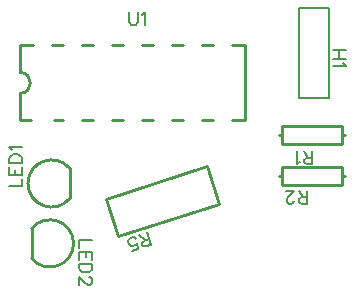
<source format=gto>
G04 Layer: TopSilkscreenLayer*
G04 EasyEDA v6.4.31, 2022-03-16 09:40:05*
G04 30f33cc809fd450ca7eb4ca7eccbfc45,10*
G04 Gerber Generator version 0.2*
G04 Scale: 100 percent, Rotated: No, Reflected: No *
G04 Dimensions in millimeters *
G04 leading zeros omitted , absolute positions ,4 integer and 5 decimal *
%FSLAX45Y45*%
%MOMM*%

%ADD10C,0.2540*%
%ADD18C,0.2032*%
%ADD19C,0.1524*%

%LPD*%
D19*
X3595115Y5194300D02*
G01*
X3486150Y5194300D01*
X3595115Y5121655D02*
G01*
X3486150Y5121655D01*
X3543300Y5194300D02*
G01*
X3543300Y5121655D01*
X3574288Y5087365D02*
G01*
X3579622Y5076952D01*
X3595115Y5061204D01*
X3486150Y5061204D01*
X748284Y4038600D02*
G01*
X857250Y4038600D01*
X857250Y4038600D02*
G01*
X857250Y4100829D01*
X748284Y4135120D02*
G01*
X857250Y4135120D01*
X748284Y4135120D02*
G01*
X748284Y4202684D01*
X800100Y4135120D02*
G01*
X800100Y4176776D01*
X857250Y4135120D02*
G01*
X857250Y4202684D01*
X748284Y4236973D02*
G01*
X857250Y4236973D01*
X748284Y4236973D02*
G01*
X748284Y4273550D01*
X753363Y4289044D01*
X763778Y4299457D01*
X774192Y4304537D01*
X789939Y4309871D01*
X815847Y4309871D01*
X831342Y4304537D01*
X841755Y4299457D01*
X852170Y4289044D01*
X857250Y4273550D01*
X857250Y4236973D01*
X769112Y4344162D02*
G01*
X763778Y4354576D01*
X748284Y4370070D01*
X857250Y4370070D01*
X1448815Y3581400D02*
G01*
X1339850Y3581400D01*
X1339850Y3581400D02*
G01*
X1339850Y3519170D01*
X1448815Y3484879D02*
G01*
X1339850Y3484879D01*
X1448815Y3484879D02*
G01*
X1448815Y3417315D01*
X1397000Y3484879D02*
G01*
X1397000Y3443223D01*
X1339850Y3484879D02*
G01*
X1339850Y3417315D01*
X1448815Y3383026D02*
G01*
X1339850Y3383026D01*
X1448815Y3383026D02*
G01*
X1448815Y3346450D01*
X1443736Y3330955D01*
X1433321Y3320542D01*
X1422907Y3315462D01*
X1407160Y3310128D01*
X1381252Y3310128D01*
X1365757Y3315462D01*
X1355344Y3320542D01*
X1344929Y3330955D01*
X1339850Y3346450D01*
X1339850Y3383026D01*
X1422907Y3270757D02*
G01*
X1427987Y3270757D01*
X1438402Y3265423D01*
X1443736Y3260344D01*
X1448815Y3249929D01*
X1448815Y3229102D01*
X1443736Y3218687D01*
X1438402Y3213607D01*
X1427987Y3208273D01*
X1417573Y3208273D01*
X1407160Y3213607D01*
X1391665Y3224021D01*
X1339850Y3275837D01*
X1339850Y3203194D01*
X3314700Y4228084D02*
G01*
X3314700Y4337050D01*
X3314700Y4228084D02*
G01*
X3267963Y4228084D01*
X3252470Y4233163D01*
X3247136Y4238497D01*
X3242056Y4248912D01*
X3242056Y4259326D01*
X3247136Y4269739D01*
X3252470Y4274820D01*
X3267963Y4279900D01*
X3314700Y4279900D01*
X3278377Y4279900D02*
G01*
X3242056Y4337050D01*
X3207765Y4248912D02*
G01*
X3197352Y4243578D01*
X3181604Y4228084D01*
X3181604Y4337050D01*
X3269188Y3893619D02*
G01*
X3269188Y4002585D01*
X3269188Y3893619D02*
G01*
X3222452Y3893619D01*
X3206958Y3898699D01*
X3201624Y3904033D01*
X3196544Y3914447D01*
X3196544Y3924861D01*
X3201626Y3935275D01*
X3206958Y3940352D01*
X3222452Y3945437D01*
X3269190Y3945435D01*
X3232863Y3945435D02*
G01*
X3196544Y4002585D01*
X3156920Y3919527D02*
G01*
X3156917Y3914447D01*
X3151842Y3904033D01*
X3146506Y3898699D01*
X3136092Y3893619D01*
X3115518Y3893619D01*
X3105104Y3898699D01*
X3099770Y3904033D01*
X3094690Y3914447D01*
X3094690Y3924861D01*
X3099770Y3935275D01*
X3110184Y3950769D01*
X3162256Y4002585D01*
X3089356Y4002585D01*
X1949874Y3545880D02*
G01*
X1916198Y3649512D01*
X1949874Y3545880D02*
G01*
X1905424Y3531438D01*
X1889117Y3531478D01*
X1882396Y3534907D01*
X1874347Y3543241D01*
X1871129Y3553145D01*
X1872742Y3564620D01*
X1876247Y3571100D01*
X1889409Y3580719D01*
X1933862Y3595161D01*
X1899315Y3583934D02*
G01*
X1847110Y3627066D01*
X1788744Y3493528D02*
G01*
X1838266Y3509619D01*
X1828657Y3555636D01*
X1825393Y3549233D01*
X1812066Y3539296D01*
X1797331Y3534509D01*
X1780943Y3534790D01*
X1767903Y3541240D01*
X1757964Y3554564D01*
X1754746Y3564470D01*
X1755030Y3580856D01*
X1761716Y3593978D01*
X1774880Y3603594D01*
X1789617Y3608384D01*
X1806163Y3608420D01*
X1812564Y3605159D01*
X1820857Y3596901D01*
X1765300Y5512815D02*
G01*
X1765300Y5434837D01*
X1770379Y5419344D01*
X1780794Y5408929D01*
X1796542Y5403850D01*
X1806955Y5403850D01*
X1822450Y5408929D01*
X1832863Y5419344D01*
X1837944Y5434837D01*
X1837944Y5512815D01*
X1872234Y5491987D02*
G01*
X1882647Y5497321D01*
X1898395Y5512815D01*
X1898395Y5403850D01*
D18*
X3454400Y5041900D02*
G01*
X3454400Y4787900D01*
X3202940Y4787900D01*
X3202940Y5549900D01*
X3454400Y5549900D01*
X3454400Y5041900D01*
D10*
X1260347Y3937000D02*
G01*
X1260881Y4191787D01*
X936752Y3683000D02*
G01*
X936218Y3428212D01*
X3568700Y4470400D02*
G01*
X3594100Y4470400D01*
X3060700Y4470400D02*
G01*
X3035300Y4470400D01*
X3568700Y4470400D02*
G01*
X3568700Y4394200D01*
X3568700Y4546600D02*
G01*
X3568700Y4470400D01*
X3060700Y4546600D02*
G01*
X3568700Y4546600D01*
X3060700Y4470400D02*
G01*
X3060700Y4546600D01*
X3060700Y4394200D02*
G01*
X3060700Y4470400D01*
X3568700Y4394200D02*
G01*
X3060700Y4394200D01*
X3568700Y4127500D02*
G01*
X3594100Y4127497D01*
X3060700Y4127500D02*
G01*
X3035300Y4127502D01*
X3568700Y4127500D02*
G01*
X3568700Y4051300D01*
X3568700Y4203700D02*
G01*
X3568700Y4127500D01*
X3060700Y4203700D02*
G01*
X3568700Y4203700D01*
X3060700Y4127500D02*
G01*
X3060700Y4203700D01*
X3060700Y4051300D02*
G01*
X3060700Y4127500D01*
X3568700Y4051300D02*
G01*
X3060700Y4051300D01*
X2421257Y4207548D02*
G01*
X2523294Y3893507D01*
X2523294Y3893507D02*
G01*
X1668142Y3615651D01*
X1668142Y3615651D02*
G01*
X1566105Y3929692D01*
X1566105Y3929692D02*
G01*
X2421257Y4207548D01*
X2743200Y5232400D02*
G01*
X2743200Y4597400D01*
X2632141Y5232400D02*
G01*
X2743200Y5232400D01*
X2378141Y5232400D02*
G01*
X2473258Y5232400D01*
X2124141Y5232400D02*
G01*
X2219258Y5232400D01*
X1870141Y5232400D02*
G01*
X1965258Y5232400D01*
X1616141Y5232400D02*
G01*
X1711258Y5232400D01*
X1362141Y5232400D02*
G01*
X1457258Y5232400D01*
X1108141Y5232400D02*
G01*
X1203258Y5232400D01*
X838200Y5232400D02*
G01*
X949258Y5232400D01*
X838200Y5232400D02*
G01*
X838200Y5003800D01*
X930584Y4597400D02*
G01*
X838200Y4597400D01*
X838200Y4826000D01*
X1203258Y4597400D02*
G01*
X1126815Y4597400D01*
X1457258Y4597400D02*
G01*
X1362141Y4597400D01*
X1711258Y4597400D02*
G01*
X1616141Y4597400D01*
X1965258Y4597400D02*
G01*
X1870141Y4597400D01*
X2219258Y4597400D02*
G01*
X2124141Y4597400D01*
X2473258Y4597400D02*
G01*
X2378141Y4597400D01*
X2743200Y4597400D02*
G01*
X2632141Y4597400D01*
G75*
G01*
X1260348Y4190543D02*
G03*
X1260348Y3937051I-154710J-126746D01*
G75*
G01*
X936752Y3429457D02*
G03*
X936752Y3682949I154710J126746D01*
G75*
G01*
X838200Y4826000D02*
G03*
X838200Y5003800I0J88900D01*
M02*

</source>
